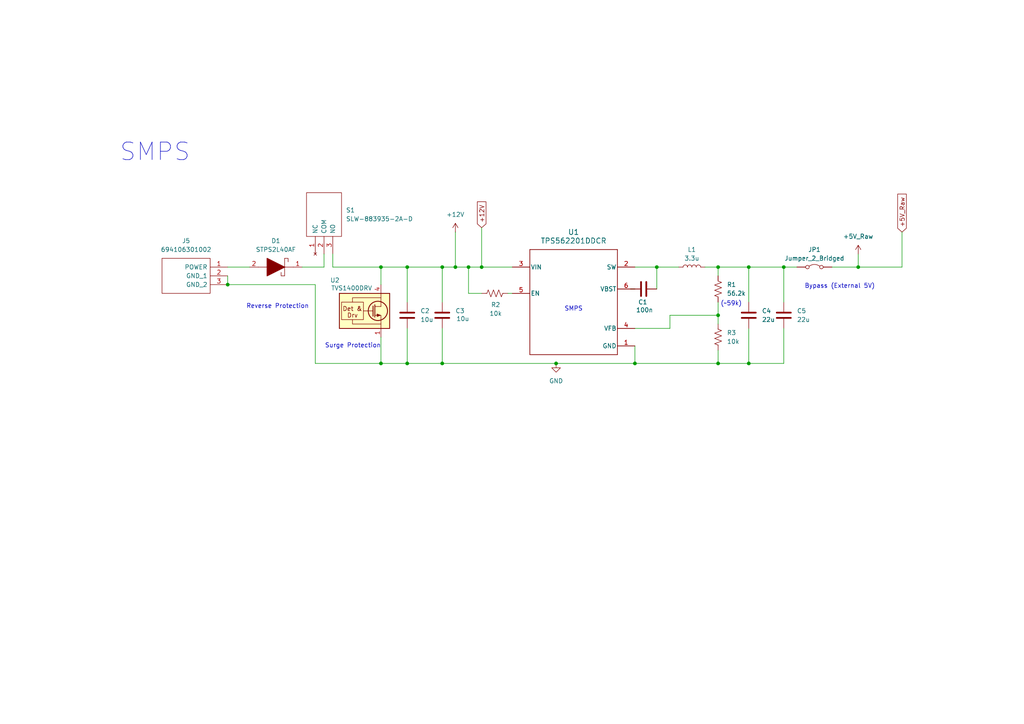
<source format=kicad_sch>
(kicad_sch (version 20231120) (generator "eeschema") (generator_version "8.0")
  (paper "A4")
  (title_block (title "PC Fan Control") (rev "v01") (comment 2 "Author: Simon Chang"))
  (lib_symbols
    (symbol "Device:C" (pin_numbers hide) (pin_names (offset 0.254))
      (property "Reference" "C" (at 0.635 2.54 0))
      (property "Value" "C" (at 0.635 -2.54 0))
      (symbol "C_0_1"
        (polyline (pts (xy -2.032 -0.762) (xy 2.032 -0.762)) (stroke (width 0.508)))
        (polyline (pts (xy -2.032 0.762) (xy 2.032 0.762)) (stroke (width 0.508)))
      )
      (symbol "C_1_1"
        (pin passive line (at 0 3.81 270) (length 2.794) (name "~") (number "1"))
        (pin passive line (at 0 -3.81 90) (length 2.794) (name "~") (number "2"))
      )
    )
    (symbol "Device:L" (pin_numbers hide) (pin_names (offset 1.016) hide)
      (property "Reference" "L" (at -1.27 0 90))
      (property "Value" "L" (at 1.905 0 90))
      (symbol "L_0_1"
        (arc (start 0 -2.54) (mid 0.6323 -1.905) (end 0 -1.27))
        (arc (start 0 -1.27) (mid 0.6323 -0.635) (end 0 0))
        (arc (start 0 0) (mid 0.6323 0.635) (end 0 1.27))
        (arc (start 0 1.27) (mid 0.6323 1.905) (end 0 2.54))
      )
      (symbol "L_1_1"
        (pin passive line (at 0 3.81 270) (length 1.27) (name "1") (number "1"))
        (pin passive line (at 0 -3.81 90) (length 1.27) (name "2") (number "2"))
      )
    )
    (symbol "Device:R_US" (pin_numbers hide) (pin_names (offset 0))
      (property "Reference" "R" (at 2.54 0 90))
      (property "Value" "R_US" (at -2.54 0 90))
      (symbol "R_US_0_1"
        (polyline (pts (xy 0 -2.286) (xy 0 -2.54)))
        (polyline (pts (xy 0 2.286) (xy 0 2.54)))
        (polyline (pts (xy 0 -0.762) (xy 1.016 -1.143) (xy 0 -1.524) (xy -1.016 -1.905) (xy 0 -2.286)))
        (polyline (pts (xy 0 0.762) (xy 1.016 0.381) (xy 0 0) (xy -1.016 -0.381) (xy 0 -0.762)))
        (polyline (pts (xy 0 2.286) (xy 1.016 1.905) (xy 0 1.524) (xy -1.016 1.143) (xy 0 0.762)))
      )
      (symbol "R_US_1_1"
        (pin passive line (at 0 3.81 270) (length 1.27) (name "~") (number "1"))
        (pin passive line (at 0 -3.81 90) (length 1.27) (name "~") (number "2"))
      )
    )
    (symbol "Jumper:Jumper_2_Bridged" (pin_numbers hide) (pin_names (offset 0) hide) (exclude_from_sim yes)
      (property "Reference" "JP" (at 0 1.905 0))
      (property "Value" "Jumper_2_Bridged" (at 0 -2.54 0))
      (symbol "Jumper_2_Bridged_0_0"
        (circle (center -2.032 0) (radius 0.508))
        (circle (center 2.032 0) (radius 0.508))
      )
      (symbol "Jumper_2_Bridged_0_1"
        (arc (start 1.524 0.254) (mid 0 0.762) (end -1.524 0.254))
      )
      (symbol "Jumper_2_Bridged_1_1"
        (pin passive line (at -5.08 0 0) (length 2.54) (name "A") (number "1"))
        (pin passive line (at 5.08 0 180) (length 2.54) (name "B") (number "2"))
      )
    )
    (symbol "Power_Protection:TVS1400DRV" (pin_names (offset 0) hide)
      (property "Reference" "U" (at 2.54 1.27 0))
      (property "Value" "TVS1400DRV" (at 2.54 -1.27 0))
      (symbol "TVS1400DRV_0_0"
        (rectangle (start -11.43 2.54) (end -5.08 -2.54))
        (polyline (pts (xy 0 1.27) (xy -1.778 1.27)))
        (polyline (pts (xy -8.255 -2.54) (xy -8.255 -3.81) (xy 0 -3.81)))
        (polyline (pts (xy -8.255 2.54) (xy -8.255 3.81) (xy 0 3.81)))
        (text "Det &" (at -8.255 0.635 0) (effects (font (size 1.27 1.27))))
        (text "Drv" (at -8.255 -1.27 0) (effects (font (size 1.27 1.27))))
      )
      (symbol "TVS1400DRV_0_1"
        (rectangle (start -12.065 5.08) (end 2.54 -5.08) (stroke (width 0.254)) (fill (type background)))
        (circle (center -0.889 0) (radius 2.794) (stroke (width 0.254)))
        (polyline (pts (xy -2.286 0) (xy -5.08 0)))
        (polyline (pts (xy -2.286 1.397) (xy -2.286 -1.524)) (stroke (width 0.254)))
        (polyline (pts (xy -1.778 1.778) (xy -1.778 -1.778)) (stroke (width 0.254)))
        (polyline (pts (xy 0 -2.54) (xy 0 -5.08)))
        (polyline (pts (xy 0 2.54) (xy 0 1.27)))
        (polyline (pts (xy 0 5.08) (xy 0 2.54)))
        (polyline (pts (xy 0 -2.54) (xy 0 -1.27) (xy -1.778 -1.27)))
        (polyline (pts (xy -0.127 -1.27) (xy -1.143 -1.651) (xy -1.143 -0.889) (xy -0.127 -1.27)) (fill (type outline)))
      )
      (symbol "TVS1400DRV_1_1"
        (pin power_in line (at 0 -7.62 90) (length 2.54) (name "GND") (number "1"))
        (pin passive line (at 0 -7.62 90) (length 2.54) hide (name "GND") (number "2"))
        (pin passive line (at 0 -7.62 90) (length 2.54) hide (name "GND") (number "3"))
        (pin passive line (at 0 7.62 270) (length 2.54) (name "IN") (number "4"))
        (pin passive line (at 0 7.62 270) (length 2.54) hide (name "IN") (number "5"))
        (pin passive line (at 0 7.62 270) (length 2.54) hide (name "IN") (number "6"))
        (pin passive line (at 0 -7.62 90) (length 2.54) hide (name "GND") (number "7"))
      )
    )
    (symbol "Regulator_Switching:TPS562201DDCR" (pin_names (offset 0.254))
      (property "Reference" "U" (at 0 2.54 0))
      (property "Value" "TPS562201DDCR" (at 0 0 0))
      (symbol "TPS562201DDCR_0_1"
        (polyline (pts (xy -12.7 -15.24) (xy 12.7 -15.24)) (stroke (width 0.2032)))
        (polyline (pts (xy -12.7 15.24) (xy -12.7 -15.24)) (stroke (width 0.2032)))
        (polyline (pts (xy 12.7 -15.24) (xy 12.7 15.24)) (stroke (width 0.2032)))
        (polyline (pts (xy 12.7 15.24) (xy -12.7 15.24)) (stroke (width 0.2032)))
        (pin power_in line (at 17.78 -12.7 180) (length 5.08) (name "GND") (number "1"))
        (pin power_in line (at 17.78 10.16 180) (length 5.08) (name "SW") (number "2"))
        (pin power_in line (at -17.78 10.16 0) (length 5.08) (name "VIN") (number "3"))
        (pin input line (at 17.78 -7.62 180) (length 5.08) (name "VFB") (number "4"))
        (pin input line (at -17.78 2.54 0) (length 5.08) (name "EN") (number "5"))
        (pin power_in line (at 17.78 3.81 180) (length 5.08) (name "VBST") (number "6"))
      )
    )
    (symbol "Simon_Library:694106301002" (pin_names (offset 0.762))
      (property "Reference" "J" (at 26.67 7.62 0))
      (property "Value" "694106301002" (at 26.67 5.08 0))
      (symbol "694106301002_0_0"
        (pin passive line (at 30.48 0 180) (length 5.08) (name "POWER") (number "1"))
        (pin passive line (at 30.48 -2.54 180) (length 5.08) (name "GND_1") (number "2"))
        (pin passive line (at 30.48 -5.08 180) (length 5.08) (name "GND_2") (number "3"))
      )
      (symbol "694106301002_0_1"
        (polyline (pts (xy 11.43 2.54) (xy 25.4 2.54) (xy 25.4 -7.62) (xy 11.43 -7.62) (xy 11.43 2.54)) (stroke (width 0.1524)))
      )
    )
    (symbol "Simon_Library:SLW-883935-2A-D" (pin_names (offset 0.762))
      (property "Reference" "S" (at 19.05 7.62 0))
      (property "Value" "SLW-883935-2A-D" (at 19.05 5.08 0))
      (symbol "SLW-883935-2A-D_0_0"
        (pin no_connect line (at 0 0 0) (length 5.08) (name "NC") (number "1"))
        (pin passive line (at 0 -2.54 0) (length 5.08) (name "COM") (number "2"))
        (pin passive line (at 0 -5.08 0) (length 5.08) (name "NO") (number "3"))
      )
      (symbol "SLW-883935-2A-D_0_1"
        (polyline (pts (xy 5.08 2.54) (xy 17.78 2.54) (xy 17.78 -7.62) (xy 5.08 -7.62) (xy 5.08 2.54)) (stroke (width 0.1524)))
      )
    )
    (symbol "Simon_Library:STPS2L40AF" (pin_names (offset 0.762))
      (property "Reference" "D" (at 2.54 8.89 0))
      (property "Value" "STPS2L40AF" (at 2.54 6.35 0))
      (symbol "STPS2L40AF_0_0"
        (pin passive line (at -7.62 0 0) (length 2.54) (name "~") (number "1"))
        (pin passive line (at 7.62 0 180) (length 2.54) (name "~") (number "2"))
      )
      (symbol "STPS2L40AF_0_1"
        (polyline (pts (xy -5.08 0) (xy -2.54 0)) (stroke (width 0.1524)))
        (polyline (pts (xy -2.54 2.54) (xy -2.54 -2.54)) (stroke (width 0.1524)))
        (polyline (pts (xy 2.54 0) (xy 5.08 0)) (stroke (width 0.1524)))
        (polyline (pts (xy -2.54 -2.54) (xy -3.556 -2.54) (xy -3.556 -1.524)) (stroke (width 0.1524)))
        (polyline (pts (xy -2.54 2.54) (xy -1.524 2.54) (xy -1.524 1.524)) (stroke (width 0.1524)))
        (polyline (pts (xy -2.54 0) (xy 2.54 2.54) (xy 2.54 -2.54) (xy -2.54 0)) (stroke (width 0.254)) (fill (type outline)))
      )
    )
    (symbol "power:+12V" (power) (pin_numbers hide) (pin_names (offset 0) hide)
      (property "Value" "+12V" (at 0 3.556 0))
      (symbol "+12V_0_1"
        (polyline (pts (xy -0.762 1.27) (xy 0 2.54)))
        (polyline (pts (xy 0 0) (xy 0 2.54)))
        (polyline (pts (xy 0 2.54) (xy 0.762 1.27)))
      )
      (symbol "+12V_1_1"
        (pin power_in line (at 0 0 90) (length 0) (name "~") (number "1"))
      )
    )
    (symbol "power:+5V" (power) (pin_numbers hide) (pin_names (offset 0) hide)
      (property "Value" "+5V" (at 0 3.556 0))
      (symbol "+5V_0_1"
        (polyline (pts (xy -0.762 1.27) (xy 0 2.54)))
        (polyline (pts (xy 0 0) (xy 0 2.54)))
        (polyline (pts (xy 0 2.54) (xy 0.762 1.27)))
      )
      (symbol "+5V_1_1"
        (pin power_in line (at 0 0 90) (length 0) (name "~") (number "1"))
      )
    )
    (symbol "power:GND" (power) (pin_numbers hide) (pin_names (offset 0) hide)
      (property "Value" "GND" (at 0 -3.81 0))
      (symbol "GND_0_1"
        (polyline (pts (xy 0 0) (xy 0 -1.27) (xy 1.27 -1.27) (xy 0 -2.54) (xy -1.27 -1.27) (xy 0 -1.27)))
      )
      (symbol "GND_1_1"
        (pin power_in line (at 0 0 270) (length 0) (name "~") (number "1"))
      )
    )
  )
  (junction (at 217.17 77.47))
  (junction (at 208.28 91.44))
  (junction (at 66.04 82.55))
  (junction (at 118.11 105.41))
  (junction (at 110.49 105.41))
  (junction (at 128.27 77.47))
  (junction (at 118.11 77.47))
  (junction (at 161.29 105.41))
  (junction (at 128.27 105.41))
  (junction (at 208.28 105.41))
  (junction (at 135.89 77.47))
  (junction (at 227.33 77.47))
  (junction (at 208.28 77.47))
  (junction (at 190.5 77.47))
  (junction (at 139.7 77.47))
  (junction (at 110.49 77.47))
  (junction (at 217.17 105.41))
  (junction (at 184.15 105.41))
  (junction (at 132.08 77.47))
  (junction (at 248.92 77.47))
  (wire (pts (xy 128.27 95.25) (xy 128.27 105.41)))
  (wire (pts (xy 110.49 105.41) (xy 91.44 105.41)))
  (wire (pts (xy 96.52 73.66) (xy 96.52 77.47)))
  (wire (pts (xy 66.04 82.55) (xy 91.44 82.55)))
  (wire (pts (xy 135.89 85.09) (xy 135.89 77.47)))
  (wire (pts (xy 208.28 80.01) (xy 208.28 77.47)))
  (wire (pts (xy 184.15 77.47) (xy 190.5 77.47)))
  (wire (pts (xy 66.04 80.01) (xy 66.04 82.55)))
  (wire (pts (xy 139.7 85.09) (xy 135.89 85.09)))
  (wire (pts (xy 227.33 77.47) (xy 227.33 87.63)))
  (wire (pts (xy 161.29 105.41) (xy 184.15 105.41)))
  (wire (pts (xy 261.62 67.31) (xy 261.62 77.47)))
  (wire (pts (xy 139.7 77.47) (xy 148.59 77.47)))
  (wire (pts (xy 93.98 77.47) (xy 93.98 73.66)))
  (wire (pts (xy 217.17 105.41) (xy 227.33 105.41)))
  (wire (pts (xy 227.33 77.47) (xy 231.14 77.47)))
  (wire (pts (xy 204.47 77.47) (xy 208.28 77.47)))
  (wire (pts (xy 128.27 77.47) (xy 128.27 87.63)))
  (wire (pts (xy 118.11 77.47) (xy 118.11 87.63)))
  (wire (pts (xy 87.63 77.47) (xy 93.98 77.47)))
  (wire (pts (xy 217.17 77.47) (xy 227.33 77.47)))
  (wire (pts (xy 118.11 105.41) (xy 128.27 105.41)))
  (wire (pts (xy 118.11 105.41) (xy 110.49 105.41)))
  (wire (pts (xy 194.31 95.25) (xy 184.15 95.25)))
  (wire (pts (xy 91.44 105.41) (xy 91.44 82.55)))
  (wire (pts (xy 135.89 77.47) (xy 139.7 77.47)))
  (wire (pts (xy 184.15 105.41) (xy 208.28 105.41)))
  (wire (pts (xy 118.11 95.25) (xy 118.11 105.41)))
  (wire (pts (xy 128.27 105.41) (xy 161.29 105.41)))
  (wire (pts (xy 194.31 91.44) (xy 208.28 91.44)))
  (wire (pts (xy 128.27 77.47) (xy 118.11 77.47)))
  (wire (pts (xy 96.52 77.47) (xy 110.49 77.47)))
  (wire (pts (xy 139.7 66.04) (xy 139.7 77.47)))
  (wire (pts (xy 147.32 85.09) (xy 148.59 85.09)))
  (wire (pts (xy 241.3 77.47) (xy 248.92 77.47)))
  (wire (pts (xy 261.62 77.47) (xy 248.92 77.47)))
  (wire (pts (xy 194.31 95.25) (xy 194.31 91.44)))
  (wire (pts (xy 208.28 101.6) (xy 208.28 105.41)))
  (wire (pts (xy 110.49 77.47) (xy 110.49 82.55)))
  (wire (pts (xy 128.27 77.47) (xy 132.08 77.47)))
  (wire (pts (xy 190.5 77.47) (xy 196.85 77.47)))
  (wire (pts (xy 217.17 95.25) (xy 217.17 105.41)))
  (wire (pts (xy 110.49 77.47) (xy 118.11 77.47)))
  (wire (pts (xy 208.28 87.63) (xy 208.28 91.44)))
  (wire (pts (xy 208.28 105.41) (xy 217.17 105.41)))
  (wire (pts (xy 227.33 95.25) (xy 227.33 105.41)))
  (wire (pts (xy 66.04 77.47) (xy 72.39 77.47)))
  (wire (pts (xy 132.08 77.47) (xy 135.89 77.47)))
  (wire (pts (xy 110.49 97.79) (xy 110.49 105.41)))
  (wire (pts (xy 184.15 100.33) (xy 184.15 105.41)))
  (wire (pts (xy 208.28 77.47) (xy 217.17 77.47)))
  (wire (pts (xy 190.5 77.47) (xy 190.5 83.82)))
  (wire (pts (xy 184.15 83.82) (xy 182.88 83.82)))
  (wire (pts (xy 208.28 93.98) (xy 208.28 91.44)))
  (wire (pts (xy 132.08 67.31) (xy 132.08 77.47)))
  (wire (pts (xy 217.17 77.47) (xy 217.17 87.63)))
  (wire (pts (xy 248.92 73.66) (xy 248.92 77.47)))
  (text "Surge Protection" (at 102.362 100.33 0) (effects (font (size 1.27 1.27))))
  (text "Reverse Protection" (at 80.518 88.9 0) (effects (font (size 1.27 1.27))))
  (text "SMPS" (at 166.37 89.662 0) (effects (font (size 1.27 1.27))))
  (text "SMPS" (at 44.958 44.196 0) (effects (font (size 5.08 5.08))))
  (text "Bypass (External 5V)" (at 243.586 83.058 0) (effects (font (size 1.27 1.27))))
  (text "(~59k)" (at 212.09 88.138 0) (effects (font (size 1.27 1.27))))
  (global_label "+5V_Raw" (shape input) (at 261.62 67.31 90) (property "Intersheetrefs" "${INTERSHEET_REFS}" (effects (hide yes))))
  (global_label "+12V" (shape input) (at 139.7 66.04 90) (property "Intersheetrefs" "${INTERSHEET_REFS}" (effects (hide yes))))
  (symbol (lib_id "Device:C") (at 217.17 91.44 0) (unit 1)
    (property "Reference" "C4" (at 220.98 90.1699 0) (effects (justify left)))
    (property "Value" "22u" (at 220.98 92.7099 0) (effects (justify left)))
    (property "Footprint" "Capacitor_SMD:C_0603_1608Metric_Pad1.08x0.95mm_HandSolder" (effects (hide yes)))
    (property "Datasheet" "https://product.tdk.com/system/files/dam/doc/product/capacitor/ceramic/mlcc/catalog/mlcc_commercial_general_en.pdf?ref_disty=mouser" (effects (hide yes)))
    (property "Description" "TDK C1608X5R1A226M080AC" (effects (hide yes)))
  )
  (symbol (lib_id "Device:R_US") (at 143.51 85.09 90) (unit 1)
    (property "Reference" "R2" (at 143.764 88.392 90))
    (property "Value" "10k" (at 143.764 90.932 90))
    (property "Footprint" "Resistor_SMD:R_0805_2012Metric_Pad1.20x1.40mm_HandSolder" (effects (hide yes)))
    (property "Description" "YAGEO RC0805FR-1010KL" (effects (hide yes)))
  )
  (symbol (lib_id "Device:C") (at 118.11 91.44 0) (unit 1)
    (property "Reference" "C2" (at 121.92 90.1699 0) (effects (justify left)))
    (property "Value" "10u" (at 121.92 92.7099 0) (effects (justify left)))
    (property "Footprint" "Capacitor_SMD:C_0805_2012Metric_Pad1.18x1.45mm_HandSolder" (effects (hide yes)))
    (property "Datasheet" "https://product.tdk.com/system/files/dam/doc/product/capacitor/ceramic/mlcc/catalog/mlcc_commercial_general_en.pdf?ref_disty=mouser" (effects (hide yes)))
    (property "Description" "TDK C2012X5R1V106K085AC" (effects (hide yes)))
  )
  (symbol (lib_id "Power_Protection:TVS1400DRV") (at 110.49 90.17 0) (unit 1)
    (property "Reference" "U2" (at 95.758 81.28 0) (effects (justify left)))
    (property "Value" "TVS1400DRV" (at 96.012 83.566 0) (effects (justify left)))
    (property "Footprint" "Package_SON:WSON-6-1EP_2x2mm_P0.65mm_EP1x1.6mm" (effects (hide yes)))
    (property "Datasheet" "http://www.ti.com/lit/ds/symlink/tvs1400.pdf" (effects (hide yes)))
    (property "Description" "Ti TVS1400, Flat-Clamp Surge Protection Device. 14Vrwm, WSON-6" (effects (hide yes)))
  )
  (symbol (lib_id "power:+5V") (at 248.92 73.66 0) (unit 1)
    (property "Reference" "#PWR03" (effects (hide yes)))
    (property "Value" "+5V_Raw" (at 248.92 68.58 0))
    (property "Description" "Power symbol creates a global label with name \"+5V\"" (effects (hide yes)))
  )
  (symbol (lib_id "Simon_Library:STPS2L40AF") (at 80.01 77.47 180) (unit 1)
    (property "Reference" "D1" (at 80.01 69.85 0))
    (property "Value" "STPS2L40AF" (at 80.01 72.39 0))
    (property "Footprint" "Simon_Library:SODFL5226X110N" (effects (hide yes)))
    (property "Datasheet" "http://www.st.com/content/ccc/resource/technical/document/datasheet/ca/8a/ee/ed/5b/ef/47/60/CD00002299.pdf/files/CD00002299.pdf/jcr:content/translations/en.CD00002299.pdf" (effects (hide yes)))
    (property "Description" "Schottky Diodes & Rectifiers 40V Low Drop Rec 2A If 0.34V VF" (effects (hide yes)))
    (property "Description_1" "Schottky Diodes & Rectifiers 40V Low Drop Rec 2A If 0.34V VF" (effects (hide yes)))
    (property "Height" "1.1" (effects (hide yes)))
    (property "Mouser Part Number" "511-STPS2L40AF" (effects (hide yes)))
    (property "Mouser Price/Stock" "https://www.mouser.co.uk/ProductDetail/STMicroelectronics/STPS2L40AF?qs=xEJ61ozf1a1%2Fe1UEQFOFcw%3D%3D" (effects (hide yes)))
    (property "Manufacturer_Name" "STMicroelectronics" (effects (hide yes)))
    (property "Manufacturer_Part_Number" "STPS2L40AF" (effects (hide yes)))
  )
  (symbol (lib_id "Simon_Library:694106301002") (at 35.56 77.47 0) (unit 1)
    (property "Reference" "J5" (at 53.975 69.85 0))
    (property "Value" "694106301002" (at 53.975 72.39 0))
    (property "Footprint" "Connector_BarrelJack:BarrelJack_Wuerth_6941xx301002" (effects (hide yes)))
    (property "Datasheet" "https://datasheet.datasheetarchive.com/originals/distributors/Datasheets_SAMA/1c153bd2ba42bb51bda59ee4cd9765cd.pdf" (effects (hide yes)))
    (property "Description" "WURTH ELEKTRONIK - 694106301002 - CONNECTOR, POWER ENTRY, JACK, 3A, 20VDC" (effects (hide yes)))
    (property "Description_1" "WURTH ELEKTRONIK - 694106301002 - CONNECTOR, POWER ENTRY, JACK, 3A, 20VDC" (effects (hide yes)))
    (property "Mouser Part Number" "710-694106301002" (effects (hide yes)))
    (property "Mouser Price/Stock" "https://www.mouser.co.uk/ProductDetail/Wurth-Elektronik/694106301002?qs=a9WhcLg8qCwOEkcI62k5mA%3D%3D" (effects (hide yes)))
    (property "Manufacturer_Name" "Wurth Elektronik" (effects (hide yes)))
    (property "Manufacturer_Part_Number" "694106301002" (effects (hide yes)))
  )
  (symbol (lib_id "Device:C") (at 128.27 91.44 0) (unit 1)
    (property "Reference" "C3" (at 132.08 90.1699 0) (effects (justify left)))
    (property "Value" "10u" (at 132.334 92.456 0) (effects (justify left)))
    (property "Footprint" "Capacitor_SMD:C_0805_2012Metric_Pad1.18x1.45mm_HandSolder" (effects (hide yes)))
    (property "Datasheet" "https://product.tdk.com/system/files/dam/doc/product/capacitor/ceramic/mlcc/catalog/mlcc_commercial_general_en.pdf?ref_disty=mouser" (effects (hide yes)))
    (property "Description" "TDK C2012X5R1V106K085AC" (effects (hide yes)))
  )
  (symbol (lib_id "power:GND") (at 161.29 105.41 0) (unit 1)
    (property "Reference" "#PWR04" (effects (hide yes)))
    (property "Value" "GND" (at 161.29 110.49 0))
    (property "Description" "Power symbol creates a global label with name \"GND\" , ground" (effects (hide yes)))
  )
  (symbol (lib_id "Device:C") (at 186.69 83.82 90) (unit 1)
    (property "Reference" "C1" (at 186.436 87.63 90))
    (property "Value" "100n" (at 186.944 89.916 90))
    (property "Footprint" "Capacitor_SMD:C_0603_1608Metric_Pad1.08x0.95mm_HandSolder" (effects (hide yes)))
    (property "Datasheet" "https://www.mouser.tw/datasheet/2/40/KGM_X7R-3223212.pdf" (effects (hide yes)))
    (property "Description" "AVX 06033C104KAT2A (KGM15BR71E104KT)" (effects (hide yes)))
  )
  (symbol (lib_id "power:+12V") (at 132.08 67.31 0) (unit 1)
    (property "Reference" "#PWR02" (effects (hide yes)))
    (property "Value" "+12V" (at 132.08 62.23 0))
    (property "Description" "Power symbol creates a global label with name \"+12V\"" (effects (hide yes)))
  )
  (symbol (lib_id "Device:R_US") (at 208.28 83.82 0) (unit 1)
    (property "Reference" "R1" (at 210.82 82.5499 0) (effects (justify left)))
    (property "Value" "56.2k" (at 210.82 85.0899 0) (effects (justify left)))
    (property "Footprint" "Resistor_SMD:R_0805_2012Metric_Pad1.20x1.40mm_HandSolder" (effects (hide yes)))
    (property "Description" "YAGEO RC0805FR-0756K2L" (effects (hide yes)))
  )
  (symbol (lib_id "Device:R_US") (at 208.28 97.79 0) (unit 1)
    (property "Reference" "R3" (at 210.82 96.5199 0) (effects (justify left)))
    (property "Value" "10k" (at 210.82 99.0599 0) (effects (justify left)))
    (property "Footprint" "Resistor_SMD:R_0805_2012Metric_Pad1.20x1.40mm_HandSolder" (effects (hide yes)))
    (property "Description" "YAGEO RC0805FR-1010KL" (effects (hide yes)))
  )
  (symbol (lib_id "Simon_Library:SLW-883935-2A-D") (at 91.44 73.66 90) (unit 1)
    (property "Reference" "S1" (at 100.33 60.9599 90) (effects (justify right)))
    (property "Value" "SLW-883935-2A-D" (at 100.33 63.4999 90) (effects (justify right)))
    (property "Footprint" "Simon_Library:SLW8839352AD" (effects (hide yes)))
    (property "Datasheet" "https://www.cuidevices.com/product/resource/pdf/slw-883935-2a-d.pdf" (effects (hide yes)))
    (property "Description" "CUI Devices, SLW-883935-2A-D ,Slide Switches 8.8 x 3.9 x 3.5 mm, 2 mm Raised Slide Actuator, Right-Angle, Through Hole" (effects (hide yes)))
    (property "Description_1" "Slide Switches 8.8 x 3.9 x 3.5 mm, 2 mm Raised Slide Actuator, Right-Angle, Through Hole" (effects (hide yes)))
    (property "Height" "6.1" (effects (hide yes)))
    (property "Mouser Part Number" "179-SLW-883935-2A-D" (effects (hide yes)))
    (property "Mouser Price/Stock" "https://www.mouser.co.uk/ProductDetail/CUI-Devices/SLW-883935-2A-D?qs=1Kr7Jg1SGW%2Fv9j8ky6fn%2FQ%3D%3D" (effects (hide yes)))
    (property "Manufacturer_Name" "CUI Devices" (effects (hide yes)))
    (property "Manufacturer_Part_Number" "SLW-883935-2A-D" (effects (hide yes)))
  )
  (symbol (lib_id "Device:L") (at 200.66 77.47 90) (unit 1)
    (property "Reference" "L1" (at 200.66 72.39 90))
    (property "Value" "3.3u" (at 200.66 74.93 90))
    (property "Footprint" "Simon_Library:IHLP1212BZER3R3M11" (effects (hide yes)))
    (property "Datasheet" "https://www.vishay.com/doc?34289" (effects (hide yes)))
    (property "Description" "Vishay  IHLP1212BZER3R3M11" (effects (hide yes)))
  )
  (symbol (lib_id "Regulator_Switching:TPS562201DDCR") (at 166.37 87.63 0) (unit 1)
    (property "Reference" "U1" (at 166.37 67.31 0) (effects (font (size 1.524 1.524))))
    (property "Value" "TPS562201DDCR" (at 166.37 69.85 0) (effects (font (size 1.524 1.524))))
    (property "Footprint" "Package_TO_SOT_SMD:TSOT-23-6" (effects (hide yes)))
    (property "Datasheet" "https://www.ti.com/lit/ds/symlink/tps562201.pdf?ts=1722001954498&ref_url=https%253A%252F%252Fwww.ti.com%252Fproduct%252FTPS562201%252Fpart-details%252FTPS562201DDCR%253Futm_source%253Dgoogle%2526utm_medium%253Dcpc%2526utm_campaign%253Docb-tistore-promo-app_opn_en-cpc-storeic-google-wwe%2526utm_content%253DDevice%2526ds_k%253DTPS562201DDCR%2526DCM%253Dyes%2526gad_source%253D1%2526gclid%253DCjwKCAjwko21BhAPEiwAwfaQCPej9kaDGkjyjurS0THkhY4WjT2bP6TYOuw5MYzsTzlyWm4CpmWdNhoCNYcQAvD_BwE%2526gclsrc%253Daw.ds%2526bm-verify%253DAAQAAAAJ_____55rXjNXzT_oRWCKZxxZA3aK2P_DElBc3n4Div1PTfu3zEIR2Y1EkNVvexNPHu1PrVlLUQnqBszX8yihHExKag_vn85dVqdNb9KkPL7Zln2XuRNTOIP0CiYqrtw0N2ObQkpxK_Gtna_UCU7UkAPY8E1Qw06NcqpDG1b_CQ9sdhu8LOte8tw2R40iGNR1qd9hdoCCyaGXNmxQfMjBv29c_Gxg8Do9NA5KUXqGsSlZkzJObQ_-5o0JWuVdQhLscUb3KwSmVLLA9tiPeEdmdE1uN_iq7j2sBMiQ3-kafT_zCR-i2DenbwJ4cnueO57sk-BD79a7JXJ-MBpksUmi7R0Jb_kQgPxYFxnP5xwWjEwKV3ZP06IPlkGT_rVd4xhHFe7ZO25Ev0z8CvwyfzOjWhbQ0wSd-ithpa9yi9OSK5PI9M5i8VzQhPs-lxSeMcdvFqj8CO3QgzSXdIrymxvomT3oXm6aDK06d5Wpetdj1q696cpLG7dvoZxmRKL_dD2pVotQVnBCmIKwX9xvC6XMD9XrlxZt4d995w_OVKaPVnqZex8t567K7hpK6UB-naUHBVoa5MlaJisrNPPGdn5WQ_W_b0TkS-cnxUacZ51rbjFnEW9RerEwj_yBKbleNZ8EdREi5cWjOI47DjKQvqXWXY0uxr1o8VsojbE6a4nl6Mc01s0LpSzI4mCif0UT9L7PiWa9nelW2ePsVBOkRtp7u1-FJvLXVWAqyCPiINi5_79zeLiDoIzq7SA" (effects (hide yes)))
    (property "Description" "Ti TPS562201DDCR" (effects (hide yes)))
  )
  (symbol (lib_id "Device:C") (at 227.33 91.44 0) (unit 1)
    (property "Reference" "C5" (at 231.14 90.1699 0) (effects (justify left)))
    (property "Value" "22u" (at 231.14 92.7099 0) (effects (justify left)))
    (property "Footprint" "Capacitor_SMD:C_0603_1608Metric_Pad1.08x0.95mm_HandSolder" (effects (hide yes)))
    (property "Datasheet" "https://product.tdk.com/system/files/dam/doc/product/capacitor/ceramic/mlcc/catalog/mlcc_commercial_general_en.pdf?ref_disty=mouser" (effects (hide yes)))
    (property "Description" "TDK C1608X5R1A226M080AC" (effects (hide yes)))
  )
  (symbol (lib_id "Jumper:Jumper_2_Bridged") (at 236.22 77.47 0) (unit 1) (exclude_from_sim yes)
    (property "Reference" "JP1" (at 236.22 72.39 0))
    (property "Value" "Jumper_2_Bridged" (at 236.22 74.93 0))
    (property "Footprint" "Connector_PinHeader_2.54mm:PinHeader_1x02_P2.54mm_Vertical" (effects (hide yes)))
    (property "Description" "Jumper, 2-pole, closed/bridged" (effects (hide yes)))
  )
)
</source>
